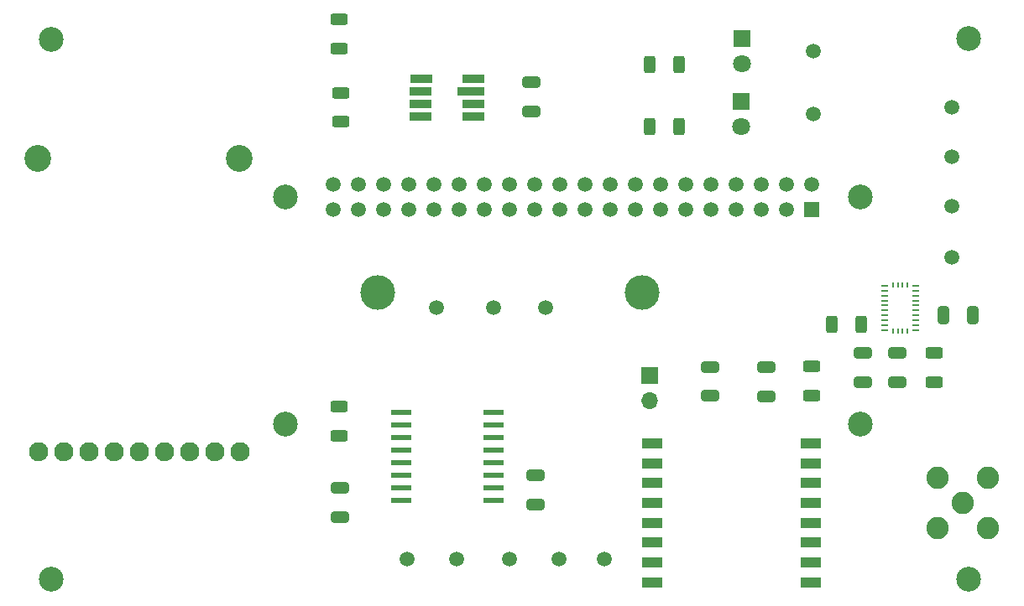
<source format=gts>
G04 #@! TF.GenerationSoftware,KiCad,Pcbnew,(6.0.7-1)-1*
G04 #@! TF.CreationDate,2023-04-11T20:40:05-05:00*
G04 #@! TF.ProjectId,Neutro_v2,4e657574-726f-45f7-9632-2e6b69636164,v1*
G04 #@! TF.SameCoordinates,Original*
G04 #@! TF.FileFunction,Soldermask,Top*
G04 #@! TF.FilePolarity,Negative*
%FSLAX46Y46*%
G04 Gerber Fmt 4.6, Leading zero omitted, Abs format (unit mm)*
G04 Created by KiCad (PCBNEW (6.0.7-1)-1) date 2023-04-11 20:40:05*
%MOMM*%
%LPD*%
G01*
G04 APERTURE LIST*
G04 Aperture macros list*
%AMRoundRect*
0 Rectangle with rounded corners*
0 $1 Rounding radius*
0 $2 $3 $4 $5 $6 $7 $8 $9 X,Y pos of 4 corners*
0 Add a 4 corners polygon primitive as box body*
4,1,4,$2,$3,$4,$5,$6,$7,$8,$9,$2,$3,0*
0 Add four circle primitives for the rounded corners*
1,1,$1+$1,$2,$3*
1,1,$1+$1,$4,$5*
1,1,$1+$1,$6,$7*
1,1,$1+$1,$8,$9*
0 Add four rect primitives between the rounded corners*
20,1,$1+$1,$2,$3,$4,$5,0*
20,1,$1+$1,$4,$5,$6,$7,0*
20,1,$1+$1,$6,$7,$8,$9,0*
20,1,$1+$1,$8,$9,$2,$3,0*%
G04 Aperture macros list end*
%ADD10C,1.500000*%
%ADD11RoundRect,0.250000X-0.625000X0.312500X-0.625000X-0.312500X0.625000X-0.312500X0.625000X0.312500X0*%
%ADD12RoundRect,0.250000X0.650000X-0.325000X0.650000X0.325000X-0.650000X0.325000X-0.650000X-0.325000X0*%
%ADD13C,2.500000*%
%ADD14RoundRect,0.250000X-0.312500X-0.625000X0.312500X-0.625000X0.312500X0.625000X-0.312500X0.625000X0*%
%ADD15RoundRect,0.250000X0.325000X0.650000X-0.325000X0.650000X-0.325000X-0.650000X0.325000X-0.650000X0*%
%ADD16RoundRect,0.250000X0.625000X-0.312500X0.625000X0.312500X-0.625000X0.312500X-0.625000X-0.312500X0*%
%ADD17C,2.250000*%
%ADD18RoundRect,0.250000X-0.650000X0.325000X-0.650000X-0.325000X0.650000X-0.325000X0.650000X0.325000X0*%
%ADD19C,2.700000*%
%ADD20C,1.930400*%
%ADD21RoundRect,0.041300X-0.983700X-0.253700X0.983700X-0.253700X0.983700X0.253700X-0.983700X0.253700X0*%
%ADD22R,2.000000X1.000000*%
%ADD23R,1.800000X1.800000*%
%ADD24C,1.800000*%
%ADD25R,2.250000X0.900000*%
%ADD26R,2.800000X0.900000*%
%ADD27R,0.675000X0.250000*%
%ADD28R,0.250000X0.575000*%
%ADD29R,1.508000X1.508000*%
%ADD30C,1.508000*%
%ADD31C,3.500000*%
%ADD32R,1.700000X1.700000*%
%ADD33O,1.700000X1.700000*%
G04 APERTURE END LIST*
D10*
X157353000Y-127000000D03*
D11*
X135200000Y-111566500D03*
X135200000Y-114491500D03*
D10*
X145000000Y-101600000D03*
D12*
X135255000Y-122744000D03*
X135255000Y-119794000D03*
D13*
X198700000Y-74400000D03*
D10*
X183000000Y-82000000D03*
X142000000Y-127000000D03*
D12*
X188000000Y-109075000D03*
X188000000Y-106125000D03*
X154559000Y-81739000D03*
X154559000Y-78789000D03*
D14*
X184912000Y-103300000D03*
X187837000Y-103300000D03*
D15*
X199087000Y-102362000D03*
X196137000Y-102362000D03*
D10*
X197000000Y-81300000D03*
D16*
X195200000Y-109062500D03*
X195200000Y-106137500D03*
D10*
X156000000Y-101600000D03*
X161925000Y-127000000D03*
X150750000Y-101600000D03*
X147000000Y-127000000D03*
D17*
X198120000Y-121285000D03*
X200660000Y-118745000D03*
X200660000Y-123825000D03*
X195580000Y-123825000D03*
X195580000Y-118745000D03*
D11*
X135337500Y-79875000D03*
X135337500Y-82800000D03*
D14*
X166537500Y-83250000D03*
X169462500Y-83250000D03*
D10*
X197000000Y-86300000D03*
D13*
X106100000Y-129000000D03*
D11*
X135200000Y-72475000D03*
X135200000Y-75400000D03*
D18*
X155000000Y-118525000D03*
X155000000Y-121475000D03*
X178308000Y-107618000D03*
X178308000Y-110568000D03*
D11*
X182880000Y-107503500D03*
X182880000Y-110428500D03*
D10*
X197000000Y-96500000D03*
X183000000Y-75650000D03*
D13*
X198700000Y-129000000D03*
D10*
X197000000Y-91300000D03*
D19*
X104775000Y-86487000D03*
X125095000Y-86487000D03*
D20*
X104848000Y-116168000D03*
X107388000Y-116168000D03*
X112468000Y-116168000D03*
X120088000Y-116168000D03*
X125168000Y-116168000D03*
X117548000Y-116168000D03*
X115008000Y-116168000D03*
X109928000Y-116168000D03*
X122628000Y-116168000D03*
D10*
X152400000Y-127000000D03*
D21*
X141403000Y-112125000D03*
X141403000Y-113395000D03*
X141403000Y-114665000D03*
X141403000Y-115935000D03*
X141403000Y-117205000D03*
X141403000Y-118475000D03*
X141403000Y-119745000D03*
X141403000Y-121015000D03*
X150713000Y-121015000D03*
X150713000Y-119745000D03*
X150713000Y-118475000D03*
X150713000Y-117205000D03*
X150713000Y-115935000D03*
X150713000Y-114665000D03*
X150713000Y-113395000D03*
X150713000Y-112125000D03*
D13*
X106100000Y-74500000D03*
D14*
X166537500Y-77000000D03*
X169462500Y-77000000D03*
D12*
X191516000Y-109075000D03*
X191516000Y-106125000D03*
D22*
X166752000Y-115301000D03*
X166752000Y-117301000D03*
X166752000Y-119301000D03*
X166752000Y-121301000D03*
X166752000Y-123301000D03*
X166752000Y-125301000D03*
X166752000Y-127301000D03*
X166752000Y-129301000D03*
X182752000Y-129301000D03*
X182752000Y-127301000D03*
X182752000Y-125301000D03*
X182752000Y-123301000D03*
X182752000Y-121301000D03*
X182752000Y-119301000D03*
X182752000Y-117301000D03*
X182752000Y-115301000D03*
D23*
X175750000Y-80725000D03*
D24*
X175750000Y-83265000D03*
D25*
X148733000Y-82276000D03*
X148733000Y-81026000D03*
D26*
X148458000Y-79726000D03*
D25*
X148733000Y-78476000D03*
X143430500Y-78476000D03*
X143383000Y-79726000D03*
X143383000Y-81026000D03*
X143383000Y-82276000D03*
D27*
X190207500Y-103850000D03*
D28*
X191020000Y-103912500D03*
X191520000Y-103912500D03*
X192020000Y-103912500D03*
X192520000Y-103912500D03*
D27*
X193332500Y-103850000D03*
X193332500Y-103350000D03*
X193332500Y-102850000D03*
X193332500Y-102350000D03*
X193332500Y-101850000D03*
X193332500Y-101350000D03*
X193332500Y-100850000D03*
X193332500Y-100350000D03*
X193332500Y-99850000D03*
X193332500Y-99350000D03*
D28*
X192520000Y-99287500D03*
X192020000Y-99287500D03*
X191520000Y-99287500D03*
X191020000Y-99287500D03*
D27*
X190207500Y-99350000D03*
X190207500Y-99850000D03*
X190207500Y-100350000D03*
X190207500Y-100850000D03*
X190207500Y-101350000D03*
X190207500Y-101850000D03*
X190207500Y-102350000D03*
X190207500Y-102850000D03*
X190207500Y-103350000D03*
D23*
X175800000Y-74375000D03*
D24*
X175800000Y-76915000D03*
D18*
X172593000Y-107540000D03*
X172593000Y-110490000D03*
D13*
X129750000Y-90358000D03*
X129750000Y-113358000D03*
X187750000Y-113358000D03*
X187750000Y-90358000D03*
D29*
X182880000Y-91628000D03*
D30*
X182880000Y-89088000D03*
X180340000Y-91628000D03*
X180340000Y-89088000D03*
X177800000Y-91628000D03*
X177800000Y-89088000D03*
X175260000Y-91628000D03*
X175260000Y-89088000D03*
X172720000Y-91628000D03*
X172720000Y-89088000D03*
X170180000Y-91628000D03*
X170180000Y-89088000D03*
X167640000Y-91628000D03*
X167640000Y-89088000D03*
X165100000Y-91628000D03*
X165100000Y-89088000D03*
X162560000Y-91628000D03*
X162560000Y-89088000D03*
X160020000Y-91628000D03*
X160020000Y-89088000D03*
X157480000Y-91628000D03*
X157480000Y-89088000D03*
X154940000Y-91628000D03*
X154940000Y-89088000D03*
X152400000Y-91628000D03*
X152400000Y-89088000D03*
X149860000Y-91628000D03*
X149860000Y-89088000D03*
X147320000Y-91628000D03*
X147320000Y-89088000D03*
X144780000Y-91628000D03*
X144780000Y-89088000D03*
X142240000Y-91628000D03*
X142240000Y-89088000D03*
X139700000Y-91628000D03*
X139700000Y-89088000D03*
X137160000Y-91628000D03*
X137160000Y-89088000D03*
X134620000Y-91628000D03*
X134620000Y-89088000D03*
D31*
X165735000Y-100076000D03*
X139065000Y-100076000D03*
D32*
X166497000Y-108458000D03*
D33*
X166497000Y-110998000D03*
M02*

</source>
